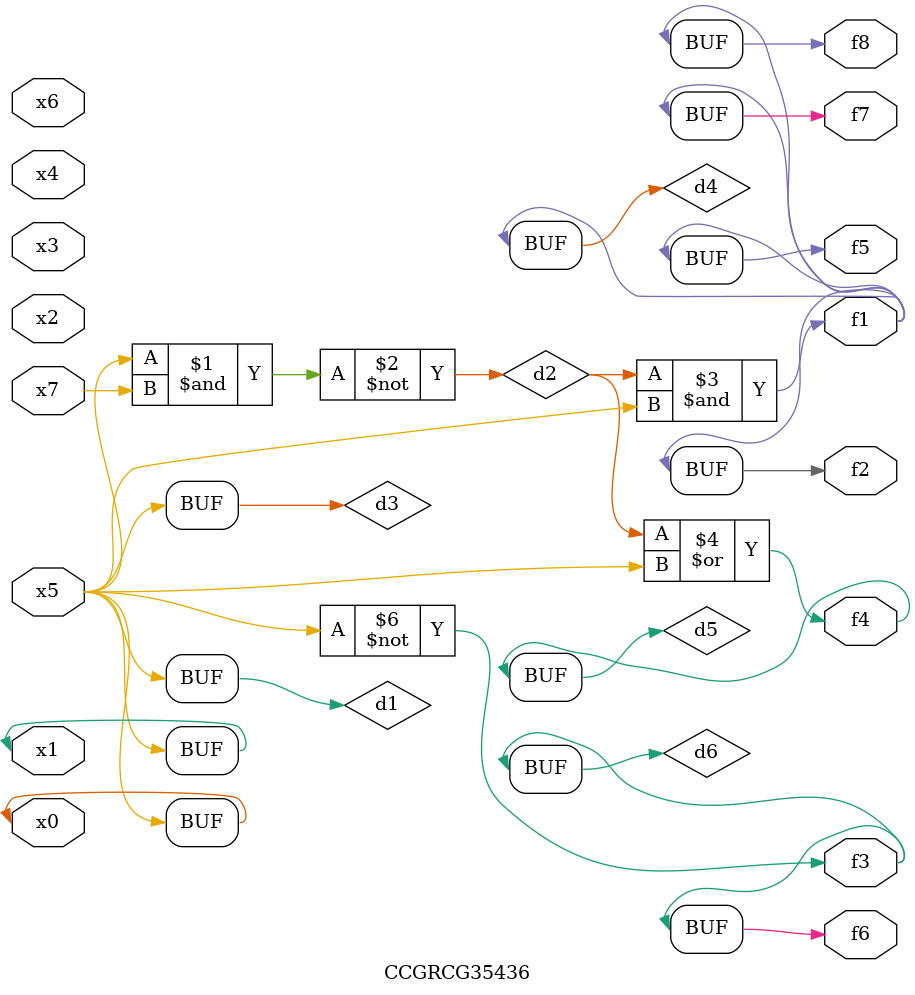
<source format=v>
module CCGRCG35436(
	input x0, x1, x2, x3, x4, x5, x6, x7,
	output f1, f2, f3, f4, f5, f6, f7, f8
);

	wire d1, d2, d3, d4, d5, d6;

	buf (d1, x0, x5);
	nand (d2, x5, x7);
	buf (d3, x0, x1);
	and (d4, d2, d3);
	or (d5, d2, d3);
	nor (d6, d1, d3);
	assign f1 = d4;
	assign f2 = d4;
	assign f3 = d6;
	assign f4 = d5;
	assign f5 = d4;
	assign f6 = d6;
	assign f7 = d4;
	assign f8 = d4;
endmodule

</source>
